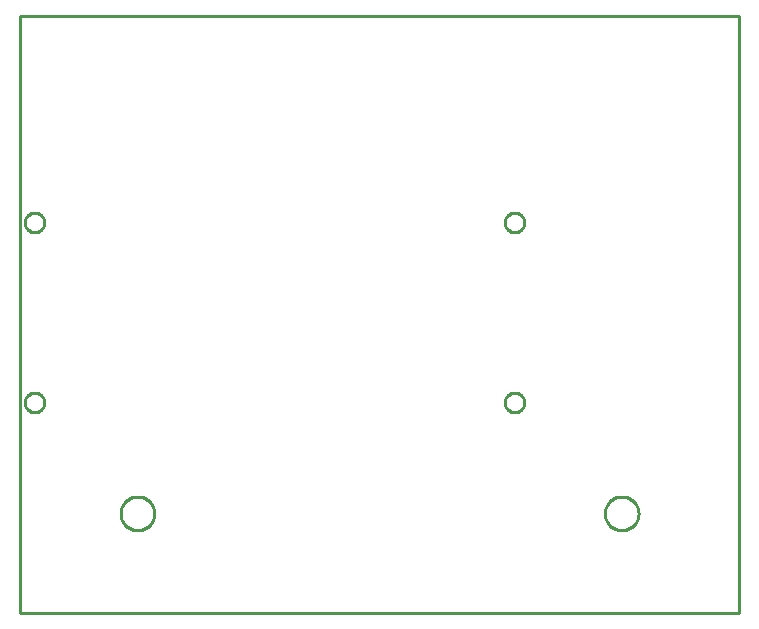
<source format=gbr>
G04 EAGLE Gerber X2 export*
%TF.Part,Single*%
%TF.FileFunction,Profile,NP*%
%TF.FilePolarity,Positive*%
%TF.GenerationSoftware,Autodesk,EAGLE,9.1.3*%
%TF.CreationDate,2020-03-28T12:55:41Z*%
G75*
%MOMM*%
%FSLAX34Y34*%
%LPD*%
%AMOC8*
5,1,8,0,0,1.08239X$1,22.5*%
G01*
%ADD10C,0.254000*%


D10*
X0Y0D02*
X609400Y0D01*
X609400Y504700D01*
X0Y504700D01*
X0Y0D01*
X114050Y83391D02*
X113977Y82376D01*
X113833Y81368D01*
X113616Y80374D01*
X113329Y79397D01*
X112974Y78443D01*
X112551Y77517D01*
X112063Y76624D01*
X111513Y75768D01*
X110903Y74953D01*
X110236Y74184D01*
X109516Y73464D01*
X108747Y72797D01*
X107932Y72187D01*
X107076Y71637D01*
X106183Y71149D01*
X105257Y70726D01*
X104303Y70371D01*
X103326Y70084D01*
X102332Y69867D01*
X101324Y69723D01*
X100309Y69650D01*
X99291Y69650D01*
X98276Y69723D01*
X97268Y69867D01*
X96274Y70084D01*
X95297Y70371D01*
X94343Y70726D01*
X93417Y71149D01*
X92524Y71637D01*
X91668Y72187D01*
X90853Y72797D01*
X90084Y73464D01*
X89364Y74184D01*
X88697Y74953D01*
X88087Y75768D01*
X87537Y76624D01*
X87049Y77517D01*
X86626Y78443D01*
X86271Y79397D01*
X85984Y80374D01*
X85767Y81368D01*
X85623Y82376D01*
X85550Y83391D01*
X85550Y84409D01*
X85623Y85424D01*
X85767Y86432D01*
X85984Y87426D01*
X86271Y88403D01*
X86626Y89357D01*
X87049Y90283D01*
X87537Y91176D01*
X88087Y92032D01*
X88697Y92847D01*
X89364Y93616D01*
X90084Y94336D01*
X90853Y95003D01*
X91668Y95613D01*
X92524Y96163D01*
X93417Y96651D01*
X94343Y97074D01*
X95297Y97429D01*
X96274Y97716D01*
X97268Y97933D01*
X98276Y98077D01*
X99291Y98150D01*
X100309Y98150D01*
X101324Y98077D01*
X102332Y97933D01*
X103326Y97716D01*
X104303Y97429D01*
X105257Y97074D01*
X106183Y96651D01*
X107076Y96163D01*
X107932Y95613D01*
X108747Y95003D01*
X109516Y94336D01*
X110236Y93616D01*
X110903Y92847D01*
X111513Y92032D01*
X112063Y91176D01*
X112551Y90283D01*
X112974Y89357D01*
X113329Y88403D01*
X113616Y87426D01*
X113833Y86432D01*
X113977Y85424D01*
X114050Y84409D01*
X114050Y83391D01*
X524050Y83391D02*
X523977Y82376D01*
X523833Y81368D01*
X523616Y80374D01*
X523329Y79397D01*
X522974Y78443D01*
X522551Y77517D01*
X522063Y76624D01*
X521513Y75768D01*
X520903Y74953D01*
X520236Y74184D01*
X519516Y73464D01*
X518747Y72797D01*
X517932Y72187D01*
X517076Y71637D01*
X516183Y71149D01*
X515257Y70726D01*
X514303Y70371D01*
X513326Y70084D01*
X512332Y69867D01*
X511324Y69723D01*
X510309Y69650D01*
X509291Y69650D01*
X508276Y69723D01*
X507268Y69867D01*
X506274Y70084D01*
X505297Y70371D01*
X504343Y70726D01*
X503417Y71149D01*
X502524Y71637D01*
X501668Y72187D01*
X500853Y72797D01*
X500084Y73464D01*
X499364Y74184D01*
X498697Y74953D01*
X498087Y75768D01*
X497537Y76624D01*
X497049Y77517D01*
X496626Y78443D01*
X496271Y79397D01*
X495984Y80374D01*
X495767Y81368D01*
X495623Y82376D01*
X495550Y83391D01*
X495550Y84409D01*
X495623Y85424D01*
X495767Y86432D01*
X495984Y87426D01*
X496271Y88403D01*
X496626Y89357D01*
X497049Y90283D01*
X497537Y91176D01*
X498087Y92032D01*
X498697Y92847D01*
X499364Y93616D01*
X500084Y94336D01*
X500853Y95003D01*
X501668Y95613D01*
X502524Y96163D01*
X503417Y96651D01*
X504343Y97074D01*
X505297Y97429D01*
X506274Y97716D01*
X507268Y97933D01*
X508276Y98077D01*
X509291Y98150D01*
X510309Y98150D01*
X511324Y98077D01*
X512332Y97933D01*
X513326Y97716D01*
X514303Y97429D01*
X515257Y97074D01*
X516183Y96651D01*
X517076Y96163D01*
X517932Y95613D01*
X518747Y95003D01*
X519516Y94336D01*
X520236Y93616D01*
X520903Y92847D01*
X521513Y92032D01*
X522063Y91176D01*
X522551Y90283D01*
X522974Y89357D01*
X523329Y88403D01*
X523616Y87426D01*
X523833Y86432D01*
X523977Y85424D01*
X524050Y84409D01*
X524050Y83391D01*
X12294Y321945D02*
X11487Y322025D01*
X10692Y322183D01*
X9916Y322418D01*
X9166Y322729D01*
X8451Y323111D01*
X7777Y323562D01*
X7150Y324076D01*
X6576Y324650D01*
X6062Y325277D01*
X5611Y325951D01*
X5229Y326666D01*
X4918Y327416D01*
X4683Y328192D01*
X4525Y328987D01*
X4445Y329794D01*
X4445Y330606D01*
X4525Y331413D01*
X4683Y332208D01*
X4918Y332984D01*
X5229Y333734D01*
X5611Y334449D01*
X6062Y335123D01*
X6576Y335750D01*
X7150Y336324D01*
X7777Y336838D01*
X8451Y337289D01*
X9166Y337671D01*
X9916Y337982D01*
X10692Y338217D01*
X11487Y338376D01*
X12294Y338455D01*
X13106Y338455D01*
X13913Y338376D01*
X14708Y338217D01*
X15484Y337982D01*
X16234Y337671D01*
X16949Y337289D01*
X17623Y336838D01*
X18250Y336324D01*
X18824Y335750D01*
X19338Y335123D01*
X19789Y334449D01*
X20171Y333734D01*
X20482Y332984D01*
X20717Y332208D01*
X20876Y331413D01*
X20955Y330606D01*
X20955Y329794D01*
X20876Y328987D01*
X20717Y328192D01*
X20482Y327416D01*
X20171Y326666D01*
X19789Y325951D01*
X19338Y325277D01*
X18824Y324650D01*
X18250Y324076D01*
X17623Y323562D01*
X16949Y323111D01*
X16234Y322729D01*
X15484Y322418D01*
X14708Y322183D01*
X13913Y322025D01*
X13106Y321945D01*
X12294Y321945D01*
X12294Y169545D02*
X11487Y169625D01*
X10692Y169783D01*
X9916Y170018D01*
X9166Y170329D01*
X8451Y170711D01*
X7777Y171162D01*
X7150Y171676D01*
X6576Y172250D01*
X6062Y172877D01*
X5611Y173551D01*
X5229Y174266D01*
X4918Y175016D01*
X4683Y175792D01*
X4525Y176587D01*
X4445Y177394D01*
X4445Y178206D01*
X4525Y179013D01*
X4683Y179808D01*
X4918Y180584D01*
X5229Y181334D01*
X5611Y182049D01*
X6062Y182723D01*
X6576Y183350D01*
X7150Y183924D01*
X7777Y184438D01*
X8451Y184889D01*
X9166Y185271D01*
X9916Y185582D01*
X10692Y185817D01*
X11487Y185976D01*
X12294Y186055D01*
X13106Y186055D01*
X13913Y185976D01*
X14708Y185817D01*
X15484Y185582D01*
X16234Y185271D01*
X16949Y184889D01*
X17623Y184438D01*
X18250Y183924D01*
X18824Y183350D01*
X19338Y182723D01*
X19789Y182049D01*
X20171Y181334D01*
X20482Y180584D01*
X20717Y179808D01*
X20876Y179013D01*
X20955Y178206D01*
X20955Y177394D01*
X20876Y176587D01*
X20717Y175792D01*
X20482Y175016D01*
X20171Y174266D01*
X19789Y173551D01*
X19338Y172877D01*
X18824Y172250D01*
X18250Y171676D01*
X17623Y171162D01*
X16949Y170711D01*
X16234Y170329D01*
X15484Y170018D01*
X14708Y169783D01*
X13913Y169625D01*
X13106Y169545D01*
X12294Y169545D01*
X418694Y169545D02*
X417887Y169625D01*
X417092Y169783D01*
X416316Y170018D01*
X415566Y170329D01*
X414851Y170711D01*
X414177Y171162D01*
X413550Y171676D01*
X412976Y172250D01*
X412462Y172877D01*
X412011Y173551D01*
X411629Y174266D01*
X411318Y175016D01*
X411083Y175792D01*
X410925Y176587D01*
X410845Y177394D01*
X410845Y178206D01*
X410925Y179013D01*
X411083Y179808D01*
X411318Y180584D01*
X411629Y181334D01*
X412011Y182049D01*
X412462Y182723D01*
X412976Y183350D01*
X413550Y183924D01*
X414177Y184438D01*
X414851Y184889D01*
X415566Y185271D01*
X416316Y185582D01*
X417092Y185817D01*
X417887Y185976D01*
X418694Y186055D01*
X419506Y186055D01*
X420313Y185976D01*
X421108Y185817D01*
X421884Y185582D01*
X422634Y185271D01*
X423349Y184889D01*
X424023Y184438D01*
X424650Y183924D01*
X425224Y183350D01*
X425738Y182723D01*
X426189Y182049D01*
X426571Y181334D01*
X426882Y180584D01*
X427117Y179808D01*
X427276Y179013D01*
X427355Y178206D01*
X427355Y177394D01*
X427276Y176587D01*
X427117Y175792D01*
X426882Y175016D01*
X426571Y174266D01*
X426189Y173551D01*
X425738Y172877D01*
X425224Y172250D01*
X424650Y171676D01*
X424023Y171162D01*
X423349Y170711D01*
X422634Y170329D01*
X421884Y170018D01*
X421108Y169783D01*
X420313Y169625D01*
X419506Y169545D01*
X418694Y169545D01*
X418694Y321945D02*
X417887Y322025D01*
X417092Y322183D01*
X416316Y322418D01*
X415566Y322729D01*
X414851Y323111D01*
X414177Y323562D01*
X413550Y324076D01*
X412976Y324650D01*
X412462Y325277D01*
X412011Y325951D01*
X411629Y326666D01*
X411318Y327416D01*
X411083Y328192D01*
X410925Y328987D01*
X410845Y329794D01*
X410845Y330606D01*
X410925Y331413D01*
X411083Y332208D01*
X411318Y332984D01*
X411629Y333734D01*
X412011Y334449D01*
X412462Y335123D01*
X412976Y335750D01*
X413550Y336324D01*
X414177Y336838D01*
X414851Y337289D01*
X415566Y337671D01*
X416316Y337982D01*
X417092Y338217D01*
X417887Y338376D01*
X418694Y338455D01*
X419506Y338455D01*
X420313Y338376D01*
X421108Y338217D01*
X421884Y337982D01*
X422634Y337671D01*
X423349Y337289D01*
X424023Y336838D01*
X424650Y336324D01*
X425224Y335750D01*
X425738Y335123D01*
X426189Y334449D01*
X426571Y333734D01*
X426882Y332984D01*
X427117Y332208D01*
X427276Y331413D01*
X427355Y330606D01*
X427355Y329794D01*
X427276Y328987D01*
X427117Y328192D01*
X426882Y327416D01*
X426571Y326666D01*
X426189Y325951D01*
X425738Y325277D01*
X425224Y324650D01*
X424650Y324076D01*
X424023Y323562D01*
X423349Y323111D01*
X422634Y322729D01*
X421884Y322418D01*
X421108Y322183D01*
X420313Y322025D01*
X419506Y321945D01*
X418694Y321945D01*
M02*

</source>
